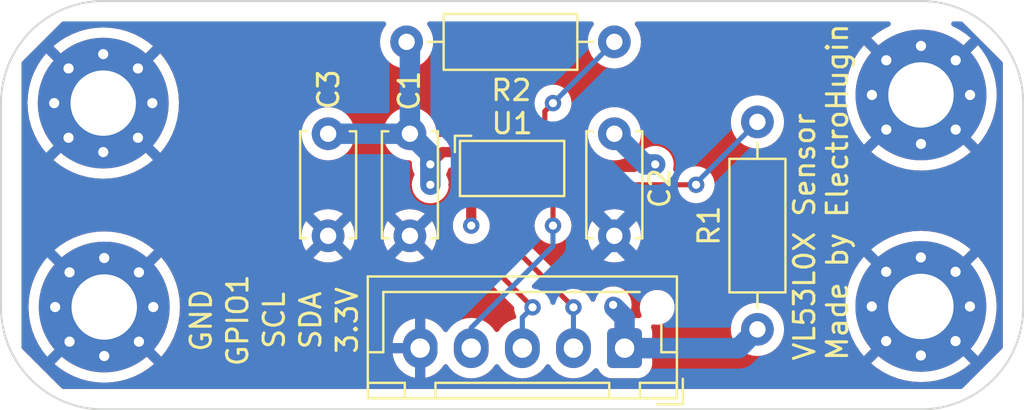
<source format=kicad_pcb>
(kicad_pcb (version 20221018) (generator pcbnew)
  (layers (0 "F.Cu" signal) (1 "In1.Cu" power) (2 "In2.Cu" power) (31 "B.Cu" signal) (34 "B.Paste" user) (35 "F.Paste" user) (36 "B.SilkS" user "B.Silkscreen") (37 "F.SilkS" user "F.Silkscreen") (38 "B.Mask" user) (39 "F.Mask" user) (44 "Edge.Cuts" user))
  (net 0 "")
  (net 1 "+3.3V")
  (net 2 "GND")
  (net 3 "/SDA")
  (net 4 "/SCL")
  (net 5 "/VL53L0X")
  (net 6 "Net-(U1-XSHUT)")
  (footprint "MountingHole:MountingHole_3.2mm_M3_Pad_Via" (layer "F.Cu") (at 104.048805 74.985897)
    (fp_text reference "H4" hide)
    (fp_text value "Hole_Pad" hide)
    (pad "1" thru_hole circle (at -2.4 0) (size 0.8 0.8) (drill 0.5) (layers "*.Cu" "*.Mask") (net 2 "GND"))
    (pad "1" thru_hole circle (at -1.697056 -1.697056) (size 0.8 0.8) (drill 0.5) (layers "*.Cu" "*.Mask") (net 2 "GND"))
    (pad "1" thru_hole circle (at -1.697056 1.697056) (size 0.8 0.8) (drill 0.5) (layers "*.Cu" "*.Mask") (net 2 "GND"))
    (pad "1" thru_hole circle (at 0 -2.4) (size 0.8 0.8) (drill 0.5) (layers "*.Cu" "*.Mask") (net 2 "GND"))
    (pad "1" thru_hole circle (at 0 0) (size 6.4 6.4) (drill 3.2) (layers "*.Cu" "*.Mask") (net 2 "GND"))
    (pad "1" thru_hole circle (at 0 2.4) (size 0.8 0.8) (drill 0.5) (layers "*.Cu" "*.Mask") (net 2 "GND"))
    (pad "1" thru_hole circle (at 1.697056 -1.697056) (size 0.8 0.8) (drill 0.5) (layers "*.Cu" "*.Mask") (net 2 "GND"))
    (pad "1" thru_hole circle (at 1.697056 1.697056) (size 0.8 0.8) (drill 0.5) (layers "*.Cu" "*.Mask") (net 2 "GND"))
    (pad "1" thru_hole circle (at 2.4 0) (size 0.8 0.8) (drill 0.5) (layers "*.Cu" "*.Mask") (net 2 "GND"))
  )
  (footprint "Capacitor_THT:C_Disc_D5.0mm_W2.5mm_P5.00mm" (layer "F.Cu") (at 115 66.5 -90)
    (fp_text reference "C3" (at -2.169582 -0.020321 90) (layer "F.SilkS"))
    (fp_text value "1u")
    (fp_line (start -0.12 -1.37) (end -0.12 -1.055) (stroke (width 0.12)) (layer "F.SilkS"))
    (fp_line (start -0.12 -1.37) (end 5.12 -1.37) (stroke (width 0.12)) (layer "F.SilkS"))
    (fp_line (start -0.12 1.055) (end -0.12 1.37) (stroke (width 0.12)) (layer "F.SilkS"))
    (fp_line (start -0.12 1.37) (end 5.12 1.37) (stroke (width 0.12)) (layer "F.SilkS"))
    (fp_line (start 5.12 -1.37) (end 5.12 -1.055) (stroke (width 0.12)) (layer "F.SilkS"))
    (fp_line (start 5.12 1.055) (end 5.12 1.37) (stroke (width 0.12)) (layer "F.SilkS"))
    (pad "1" thru_hole circle (at 0 0 270) (size 1.6 1.6) (drill 0.8) (layers "*.Cu" "*.Mask") (net 1 "+3.3V"))
    (pad "2" thru_hole circle (at 5 0 270) (size 1.6 1.6) (drill 0.8) (layers "*.Cu" "*.Mask") (net 2 "GND"))
  )
  (footprint "Sensor_Distance:ST_VL53L1x" (layer "F.Cu") (at 124 68.2)
    (fp_text reference "U1" (at 0 -2.2) (layer "F.SilkS"))
    (fp_text value "VL53L1CXV0FY1")
    (fp_line (start -2.8 -1.6) (end -2 -1.6) (stroke (width 0.12)) (layer "F.SilkS"))
    (fp_line (start -2.8 -0.8) (end -2.8 -1.6) (stroke (width 0.12)) (layer "F.SilkS"))
    (fp_line (start -2.55 -1.35) (end -2.55 1.35) (stroke (width 0.12)) (layer "F.SilkS"))
    (fp_line (start -2.55 1.35) (end 2.55 1.35) (stroke (width 0.12)) (layer "F.SilkS"))
    (fp_line (start 2.55 -1.35) (end -2.55 -1.35) (stroke (width 0.12)) (layer "F.SilkS"))
    (fp_line (start 2.55 1.35) (end 2.55 -1.35) (stroke (width 0.12)) (layer "F.SilkS"))
    (pad "1" smd roundrect (at -1.74 -0.675) (size 0.38 0.25) (layers "F.Cu" "F.Paste" "F.Mask") (net 1 "+3.3V"))
    (pad "1" smd roundrect (at -1.6 -0.8) (size 0.5 0.5) (layers "F.Cu" "F.Paste" "F.Mask") (net 1 "+3.3V"))
    (pad "2" smd roundrect (at -0.8 -0.8) (size 0.5 0.5) (layers "F.Cu" "F.Paste" "F.Mask") (net 2 "GND"))
    (pad "3" smd roundrect (at 0 -0.8) (size 0.5 0.5) (layers "F.Cu" "F.Paste" "F.Mask") (net 2 "GND"))
    (pad "4" smd roundrect (at 0.8 -0.8) (size 0.5 0.5) (layers "F.Cu" "F.Paste" "F.Mask") (net 2 "GND"))
    (pad "5" smd roundrect (at 1.6 -0.8) (size 0.5 0.5) (layers "F.Cu" "F.Paste" "F.Mask") (net 6 "Net-(U1-XSHUT)"))
    (pad "6" smd roundrect (at 1.6 0) (size 0.5 0.5) (layers "F.Cu" "F.Paste" "F.Mask") (net 2 "GND"))
    (pad "7" smd roundrect (at 1.6 0.8) (size 0.5 0.5) (layers "F.Cu" "F.Paste" "F.Mask") (net 5 "/VL53L0X"))
    (pad "8" smd roundrect (at 0.8 0.8) (size 0.5 0.5) (layers "F.Cu" "F.Paste" "F.Mask"))
    (pad "9" smd roundrect (at 0 0.8) (size 0.5 0.5) (layers "F.Cu" "F.Paste" "F.Mask") (net 3 "/SDA"))
    (pad "10" smd roundrect (at -0.8 0.8) (size 0.5 0.5) (layers "F.Cu" "F.Paste" "F.Mask") (net 4 "/SCL"))
    (pad "11" smd roundrect (at -1.6 0.8) (size 0.5 0.5) (layers "F.Cu" "F.Paste" "F.Mask") (net 1 "+3.3V"))
    (pad "12" smd roundrect (at -1.6 0) (size 0.5 0.5) (layers "F.Cu" "F.Paste" "F.Mask") (net 2 "GND"))
  )
  (footprint "Resistor_THT:R_Axial_DIN0207_L6.3mm_D2.5mm_P10.16mm_Horizontal" (layer "F.Cu") (at 118.84 62)
    (fp_text reference "R2" (at 5.11999 2.37293) (layer "F.SilkS"))
    (fp_text value "47k")
    (fp_line (start 1.04 0) (end 1.81 0) (stroke (width 0.12)) (layer "F.SilkS"))
    (fp_line (start 1.81 -1.37) (end 1.81 1.37) (stroke (width 0.12)) (layer "F.SilkS"))
    (fp_line (start 1.81 1.37) (end 8.35 1.37) (stroke (width 0.12)) (layer "F.SilkS"))
    (fp_line (start 8.35 -1.37) (end 1.81 -1.37) (stroke (width 0.12)) (layer "F.SilkS"))
    (fp_line (start 8.35 1.37) (end 8.35 -1.37) (stroke (width 0.12)) (layer "F.SilkS"))
    (fp_line (start 9.12 0) (end 8.35 0) (stroke (width 0.12)) (layer "F.SilkS"))
    (pad "1" thru_hole circle (at 0 0) (size 1.6 1.6) (drill 0.8) (layers "*.Cu" "*.Mask") (net 1 "+3.3V"))
    (pad "2" thru_hole oval (at 10.16 0) (size 1.6 1.6) (drill 0.8) (layers "*.Cu" "*.Mask") (net 6 "Net-(U1-XSHUT)"))
  )
  (footprint "MountingHole:MountingHole_3.2mm_M3_Pad_Via" (layer "F.Cu") (at 143.99368 74.957867)
    (fp_text reference "H3" hide)
    (fp_text value "Hole_Pad" hide)
    (pad "1" thru_hole circle (at -2.4 0) (size 0.8 0.8) (drill 0.5) (layers "*.Cu" "*.Mask") (net 2 "GND"))
    (pad "1" thru_hole circle (at -1.697056 -1.697056) (size 0.8 0.8) (drill 0.5) (layers "*.Cu" "*.Mask") (net 2 "GND"))
    (pad "1" thru_hole circle (at -1.697056 1.697056) (size 0.8 0.8) (drill 0.5) (layers "*.Cu" "*.Mask") (net 2 "GND"))
    (pad "1" thru_hole circle (at 0 -2.4) (size 0.8 0.8) (drill 0.5) (layers "*.Cu" "*.Mask") (net 2 "GND"))
    (pad "1" thru_hole circle (at 0 0) (size 6.4 6.4) (drill 3.2) (layers "*.Cu" "*.Mask") (net 2 "GND"))
    (pad "1" thru_hole circle (at 0 2.4) (size 0.8 0.8) (drill 0.5) (layers "*.Cu" "*.Mask") (net 2 "GND"))
    (pad "1" thru_hole circle (at 1.697056 -1.697056) (size 0.8 0.8) (drill 0.5) (layers "*.Cu" "*.Mask") (net 2 "GND"))
    (pad "1" thru_hole circle (at 1.697056 1.697056) (size 0.8 0.8) (drill 0.5) (layers "*.Cu" "*.Mask") (net 2 "GND"))
    (pad "1" thru_hole circle (at 2.4 0) (size 0.8 0.8) (drill 0.5) (layers "*.Cu" "*.Mask") (net 2 "GND"))
  )
  (footprint "Capacitor_THT:C_Disc_D5.0mm_W2.5mm_P5.00mm" (layer "F.Cu") (at 129 66.5 -90)
    (fp_text reference "C2" (at 2.668179 -2.223505 90) (layer "F.SilkS"))
    (fp_text value "4.7u")
    (fp_line (start -0.12 -1.37) (end -0.12 -1.055) (stroke (width 0.12)) (layer "F.SilkS"))
    (fp_line (start -0.12 -1.37) (end 5.12 -1.37) (stroke (width 0.12)) (layer "F.SilkS"))
    (fp_line (start -0.12 1.055) (end -0.12 1.37) (stroke (width 0.12)) (layer "F.SilkS"))
    (fp_line (start -0.12 1.37) (end 5.12 1.37) (stroke (width 0.12)) (layer "F.SilkS"))
    (fp_line (start 5.12 -1.37) (end 5.12 -1.055) (stroke (width 0.12)) (layer "F.SilkS"))
    (fp_line (start 5.12 1.055) (end 5.12 1.37) (stroke (width 0.12)) (layer "F.SilkS"))
    (pad "1" thru_hole circle (at 0 0 270) (size 1.6 1.6) (drill 0.8) (layers "*.Cu" "*.Mask") (net 1 "+3.3V"))
    (pad "2" thru_hole circle (at 5 0 270) (size 1.6 1.6) (drill 0.8) (layers "*.Cu" "*.Mask") (net 2 "GND"))
  )
  (footprint "MountingHole:MountingHole_3.2mm_M3_Pad_Via" (layer "F.Cu") (at 104 65)
    (fp_text reference "H1" hide)
    (fp_text value "Hole_Pad" hide)
    (pad "1" thru_hole circle (at -2.4 0) (size 0.8 0.8) (drill 0.5) (layers "*.Cu" "*.Mask") (net 2 "GND"))
    (pad "1" thru_hole circle (at -1.697056 -1.697056) (size 0.8 0.8) (drill 0.5) (layers "*.Cu" "*.Mask") (net 2 "GND"))
    (pad "1" thru_hole circle (at -1.697056 1.697056) (size 0.8 0.8) (drill 0.5) (layers "*.Cu" "*.Mask") (net 2 "GND"))
    (pad "1" thru_hole circle (at 0 -2.4) (size 0.8 0.8) (drill 0.5) (layers "*.Cu" "*.Mask") (net 2 "GND"))
    (pad "1" thru_hole circle (at 0 0) (size 6.4 6.4) (drill 3.2) (layers "*.Cu" "*.Mask") (net 2 "GND"))
    (pad "1" thru_hole circle (at 0 2.4) (size 0.8 0.8) (drill 0.5) (layers "*.Cu" "*.Mask") (net 2 "GND"))
    (pad "1" thru_hole circle (at 1.697056 -1.697056) (size 0.8 0.8) (drill 0.5) (layers "*.Cu" "*.Mask") (net 2 "GND"))
    (pad "1" thru_hole circle (at 1.697056 1.697056) (size 0.8 0.8) (drill 0.5) (layers "*.Cu" "*.Mask") (net 2 "GND"))
    (pad "1" thru_hole circle (at 2.4 0) (size 0.8 0.8) (drill 0.5) (layers "*.Cu" "*.Mask") (net 2 "GND"))
  )
  (footprint "MountingHole:MountingHole_3.2mm_M3_Pad_Via" (layer "F.Cu") (at 144 64.6)
    (fp_text reference "H2" hide)
    (fp_text value "Hole_Pad" hide)
    (pad "1" thru_hole circle (at -2.4 0) (size 0.8 0.8) (drill 0.5) (layers "*.Cu" "*.Mask") (net 2 "GND"))
    (pad "1" thru_hole circle (at -1.697056 -1.697056) (size 0.8 0.8) (drill 0.5) (layers "*.Cu" "*.Mask") (net 2 "GND"))
    (pad "1" thru_hole circle (at -1.697056 1.697056) (size 0.8 0.8) (drill 0.5) (layers "*.Cu" "*.Mask") (net 2 "GND"))
    (pad "1" thru_hole circle (at 0 -2.4) (size 0.8 0.8) (drill 0.5) (layers "*.Cu" "*.Mask") (net 2 "GND"))
    (pad "1" thru_hole circle (at 0 0) (size 6.4 6.4) (drill 3.2) (layers "*.Cu" "*.Mask") (net 2 "GND"))
    (pad "1" thru_hole circle (at 0 2.4) (size 0.8 0.8) (drill 0.5) (layers "*.Cu" "*.Mask") (net 2 "GND"))
    (pad "1" thru_hole circle (at 1.697056 -1.697056) (size 0.8 0.8) (drill 0.5) (layers "*.Cu" "*.Mask") (net 2 "GND"))
    (pad "1" thru_hole circle (at 1.697056 1.697056) (size 0.8 0.8) (drill 0.5) (layers "*.Cu" "*.Mask") (net 2 "GND"))
    (pad "1" thru_hole circle (at 2.4 0) (size 0.8 0.8) (drill 0.5) (layers "*.Cu" "*.Mask") (net 2 "GND"))
  )
  (footprint "Connector_JST:JST_XH_B5B-XH-AM_1x05_P2.50mm_Vertical" (layer "F.Cu") (at 129.5 77 180)
    (fp_text reference "J1" hide)
    (fp_text value "Conn_01x05")
    (fp_line (start -2.85 -2.75) (end -2.85 -1.5) (stroke (width 0.12)) (layer "F.SilkS"))
    (fp_line (start -2.56 -2.46) (end -2.56 3.51) (stroke (width 0.12)) (layer "F.SilkS"))
    (fp_line (start -2.56 3.51) (end 12.56 3.51) (stroke (width 0.12)) (layer "F.SilkS"))
    (fp_line (start -2.55 -2.45) (end -2.55 -1.7) (stroke (width 0.12)) (layer "F.SilkS"))
    (fp_line (start -2.55 -1.7) (end -0.75 -1.7) (stroke (width 0.12)) (layer "F.SilkS"))
    (fp_line (start -2.55 -0.2) (end -1.8 -0.2) (stroke (width 0.12)) (layer "F.SilkS"))
    (fp_line (start -1.8 -0.2) (end -1.8 1.14) (stroke (width 0.12)) (layer "F.SilkS"))
    (fp_line (start -1.6 -2.75) (end -2.85 -2.75) (stroke (width 0.12)) (layer "F.SilkS"))
    (fp_line (start -0.75 -2.45) (end -2.55 -2.45) (stroke (width 0.12)) (layer "F.SilkS"))
    (fp_line (start -0.75 -1.7) (end -0.75 -2.45) (stroke (width 0.12)) (layer "F.SilkS"))
    (fp_line (start 0.75 -2.45) (end 0.75 -1.7) (stroke (width 0.12)) (layer "F.SilkS"))
    (fp_line (start 0.75 -1.7) (end 9.25 -1.7) (stroke (width 0.12)) (layer "F.SilkS"))
    (fp_line (start 5 2.75) (end -0.74 2.75) (stroke (width 0.12)) (layer "F.SilkS"))
    (fp_line (start 9.25 -2.45) (end 0.75 -2.45) (stroke (width 0.12)) (layer "F.SilkS"))
    (fp_line (start 9.25 -1.7) (end 9.25 -2.45) (stroke (width 0.12)) (layer "F.SilkS"))
    (fp_line (start 10.75 -2.45) (end 10.75 -1.7) (stroke (width 0.12)) (layer "F.SilkS"))
    (fp_line (start 10.75 -1.7) (end 12.55 -1.7) (stroke (width 0.12)) (layer "F.SilkS"))
    (fp_line (start 11.8 -0.2) (end 11.8 2.75) (stroke (width 0.12)) (layer "F.SilkS"))
    (fp_line (start 11.8 2.75) (end 5 2.75) (stroke (width 0.12)) (layer "F.SilkS"))
    (fp_line (start 12.55 -2.45) (end 10.75 -2.45) (stroke (width 0.12)) (layer "F.SilkS"))
    (fp_line (start 12.55 -1.7) (end 12.55 -2.45) (stroke (width 0.12)) (layer "F.SilkS"))
    (fp_line (start 12.55 -0.2) (end 11.8 -0.2) (stroke (width 0.12)) (layer "F.SilkS"))
    (fp_line (start 12.56 -2.46) (end -2.56 -2.46) (stroke (width 0.12)) (layer "F.SilkS"))
    (fp_line (start 12.56 3.51) (end 12.56 -2.46) (stroke (width 0.12)) (layer "F.SilkS"))
    (pad "" np_thru_hole circle (at -1.6 2 180) (size 1.2 1.2) (drill 1.2) (layers "*.Cu" "*.Mask"))
    (pad "1" thru_hole roundrect (at 0 0 180) (size 1.7 1.95) (drill 0.95) (layers "*.Cu" "*.Mask") (roundrect_rratio 0.1470588235) (net 1 "+3.3V"))
    (pad "2" thru_hole oval (at 2.5 0 180) (size 1.7 1.95) (drill 0.95) (layers "*.Cu" "*.Mask") (net 3 "/SDA"))
    (pad "3" thru_hole oval (at 5 0 180) (size 1.7 1.95) (drill 0.95) (layers "*.Cu" "*.Mask") (net 4 "/SCL"))
    (pad "4" thru_hole oval (at 7.5 0 180) (size 1.7 1.95) (drill 0.95) (layers "*.Cu" "*.Mask") (net 5 "/VL53L0X"))
    (pad "5" thru_hole oval (at 10 0 180) (size 1.7 1.95) (drill 0.95) (layers "*.Cu" "*.Mask") (net 2 "GND"))
  )
  (footprint "Capacitor_THT:C_Disc_D5.0mm_W2.5mm_P5.00mm" (layer "F.Cu") (at 119 66.5 -90)
    (fp_text reference "C1" (at -2.103311 0.036573 90) (layer "F.SilkS"))
    (fp_text value "0.1u")
    (fp_line (start -0.12 -1.37) (end -0.12 -1.055) (stroke (width 0.12)) (layer "F.SilkS"))
    (fp_line (start -0.12 -1.37) (end 5.12 -1.37) (stroke (width 0.12)) (layer "F.SilkS"))
    (fp_line (start -0.12 1.055) (end -0.12 1.37) (stroke (width 0.12)) (layer "F.SilkS"))
    (fp_line (start -0.12 1.37) (end 5.12 1.37) (stroke (width 0.12)) (layer "F.SilkS"))
    (fp_line (start 5.12 -1.37) (end 5.12 -1.055) (stroke (width 0.12)) (layer "F.SilkS"))
    (fp_line (start 5.12 1.055) (end 5.12 1.37) (stroke (width 0.12)) (layer "F.SilkS"))
    (pad "1" thru_hole circle (at 0 0 270) (size 1.6 1.6) (drill 0.8) (layers "*.Cu" "*.Mask") (net 1 "+3.3V"))
    (pad "2" thru_hole circle (at 5 0 270) (size 1.6 1.6) (drill 0.8) (layers "*.Cu" "*.Mask") (net 2 "GND"))
  )
  (footprint "Resistor_THT:R_Axial_DIN0207_L6.3mm_D2.5mm_P10.16mm_Horizontal" (layer "F.Cu") (at 136 76.08 90)
    (fp_text reference "R1" (at 5.08 -2.37 90) (layer "F.SilkS"))
    (fp_text value "47k")
    (fp_line (start 1.04 0) (end 1.81 0) (stroke (width 0.12)) (layer "F.SilkS"))
    (fp_line (start 1.81 -1.37) (end 1.81 1.37) (stroke (width 0.12)) (layer "F.SilkS"))
    (fp_line (start 1.81 1.37) (end 8.35 1.37) (stroke (width 0.12)) (layer "F.SilkS"))
    (fp_line (start 8.35 -1.37) (end 1.81 -1.37) (stroke (width 0.12)) (layer "F.SilkS"))
    (fp_line (start 8.35 1.37) (end 8.35 -1.37) (stroke (width 0.12)) (layer "F.SilkS"))
    (fp_line (start 9.12 0) (end 8.35 0) (stroke (width 0.12)) (layer "F.SilkS"))
    (pad "1" thru_hole circle (at 0 0 90) (size 1.6 1.6) (drill 0.8) (layers "*.Cu" "*.Mask") (net 1 "+3.3V"))
    (pad "2" thru_hole oval (at 10.16 0 90) (size 1.6 1.6) (drill 0.8) (layers "*.Cu" "*.Mask") (net 5 "/VL53L0X"))
  )
  (gr_arc (start 99 65) (mid 100.464466 61.464466) (end 104 60) (stroke (width 0.1)) (layer "Edge.Cuts"))
  (gr_line (start 99 65) (end 99 75) (stroke (width 0.1)) (layer "Edge.Cuts"))
  (gr_arc (start 104 80) (mid 100.464466 78.535534) (end 99 75) (stroke (width 0.1)) (layer "Edge.Cuts"))
  (gr_line (start 144 60) (end 104 60) (stroke (width 0.1)) (layer "Edge.Cuts"))
  (gr_arc (start 144 60) (mid 147.535534 61.464466) (end 149 65) (stroke (width 0.1)) (layer "Edge.Cuts"))
  (gr_arc (start 149 75) (mid 147.535534 78.535534) (end 144 80) (stroke (width 0.1)) (layer "Edge.Cuts"))
  (gr_line (start 149 75) (end 149 65) (stroke (width 0.1)) (layer "Edge.Cuts"))
  (gr_line (start 104 80) (end 144 80) (stroke (width 0.1)) (layer "Edge.Cuts"))
  (gr_text "GPIO1" (at 111.160843 77.974679 90) (layer "F.SilkS") (effects (font (size 1 1)) (justify left bottom)))
  (gr_text "GND" (at 109.375433 77.260394 90) (layer "F.SilkS") (effects (font (size 1 1)) (justify left bottom)))
  (gr_text "3.3V" (at 116.517075 77.355632 90) (layer "F.SilkS") (effects (font (size 1 1)) (justify left bottom)))
  (gr_text "VL53L0X Sensor\nMade by ElectroHugin" (at 140.49703 77.695842 90) (layer "F.SilkS") (effects (font (size 1 1)) (justify left bottom)))
  (gr_text "SDA" (at 114.731663 77.141346 90) (layer "F.SilkS") (effects (font (size 1 1)) (justify left bottom)))
  (gr_text "SCL" (at 112.946253 77.117537 90) (layer "F.SilkS") (effects (font (size 1 1)) (justify left bottom)))
  (segment (start 122.4 67.4) (end 120.6 67.4) (width 0.5) (layer "F.Cu") (net 1))
  (segment (start 120.6 67.4) (end 120 68) (width 0.5) (layer "F.Cu") (net 1))
  (segment (start 122 69.4) (end 122.25 69.15) (width 0.5) (layer "F.Cu") (net 1))
  (segment (start 122 71) (end 122 69.4) (width 0.5) (layer "F.Cu") (net 1))
  (via (at 131 68) (size 0.8) (drill 0.4) (layers "F.Cu" "B.Cu") (net 1))
  (via (at 120 68) (size 0.8) (drill 0.4) (layers "F.Cu" "B.Cu") (net 1))
  (via (at 128.939668 74.879337) (size 0.8) (drill 0.4) (layers "F.Cu" "B.Cu") (net 1))
  (via (at 122 71) (size 0.8) (drill 0.4) (layers "F.Cu" "B.Cu") (net 1))
  (via (at 120 69) (size 0.8) (drill 0.4) (layers "F.Cu" "B.Cu") (net 1))
  (segment (start 135.08 77) (end 136 76.08) (width 1) (layer "B.Cu") (net 1))
  (segment (start 120 68) (end 120 67.5) (width 1) (layer "B.Cu") (net 1))
  (segment (start 130.5 68) (end 129 66.5) (width 1) (layer "B.Cu") (net 1))
  (segment (start 120 69) (end 120 68) (width 1) (layer "B.Cu") (net 1))
  (segment (start 119 66.5) (end 115 66.5) (width 1) (layer "B.Cu") (net 1))
  (segment (start 129.5 77) (end 135.08 77) (width 1) (layer "B.Cu") (net 1))
  (segment (start 131 68) (end 130.5 68) (width 1) (layer "B.Cu") (net 1))
  (segment (start 119 62.16) (end 118.84 62) (width 1) (layer "B.Cu") (net 1))
  (segment (start 119 66.5) (end 119 62.16) (width 1) (layer "B.Cu") (net 1))
  (segment (start 129.5 75.5) (end 129 75) (width 1) (layer "B.Cu") (net 1))
  (segment (start 120 67.5) (end 119 66.5) (width 1) (layer "B.Cu") (net 1))
  (segment (start 129.5 77) (end 129.5 75.5) (width 1) (layer "B.Cu") (net 1))
  (segment (start 124 67.4) (end 124 66) (width 0.25) (layer "F.Cu") (net 2))
  (segment (start 121.8 68.2) (end 121 69) (width 0.25) (layer "F.Cu") (net 2))
  (segment (start 129 71.5) (end 128 72.5) (width 0.25) (layer "F.Cu") (net 2))
  (segment (start 124.8 66.8) (end 124 66) (width 0.25) (layer "F.Cu") (net 2))
  (segment (start 125.6 68.2) (end 126.8 68.2) (width 0.25) (layer "F.Cu") (net 2))
  (segment (start 123.2 66.2) (end 123 66) (width 0.25) (layer "F.Cu") (net 2))
  (segment (start 123.2 67.4) (end 123.2 66.2) (width 0.25) (layer "F.Cu") (net 2))
  (segment (start 129 71.5) (end 130 72.5) (width 0.25) (layer "F.Cu") (net 2))
  (segment (start 124.8 67.4) (end 124.8 66.8) (width 0.25) (layer "F.Cu") (net 2))
  (segment (start 122.4 68.2) (end 121.8 68.2) (width 0.25) (layer "F.Cu") (net 2))
  (segment (start 129 72) (end 128 73) (width 0.25) (layer "B.Cu") (net 2))
  (segment (start 129 71) (end 128 70) (width 0.25) (layer "B.Cu") (net 2))
  (segment (start 129 71.5) (end 129 71) (width 0.25) (layer "B.Cu") (net 2))
  (segment (start 129 71) (end 130 70) (width 0.25) (layer "B.Cu") (net 2))
  (segment (start 129 72) (end 130 73) (width 0.25) (layer "B.Cu") (net 2))
  (segment (start 124 72) (end 124 69) (width 0.25) (layer "F.Cu") (net 3))
  (segment (start 127 75) (end 124 72) (width 0.25) (layer "F.Cu") (net 3))
  (via (at 127 75) (size 0.8) (drill 0.4) (layers "F.Cu" "B.Cu") (net 3))
  (segment (start 127 77) (end 127 75) (width 0.25) (layer "B.Cu") (net 3))
  (segment (start 123.2 73.2) (end 123.2 69) (width 0.25) (layer "F.Cu") (net 4))
  (segment (start 125 75) (end 123.2 73.2) (width 0.25) (layer "F.Cu") (net 4))
  (via (at 125 75) (size 0.8) (drill 0.4) (layers "F.Cu" "B.Cu") (net 4))
  (segment (start 124.5 77) (end 124.5 75.5) (width 0.25) (layer "B.Cu") (net 4))
  (segment (start 124.5 75.5) (end 125 75) (width 0.25) (layer "B.Cu") (net 4))
  (segment (start 126 69.4) (end 125.6 69) (width 0.25) (layer "F.Cu") (net 5))
  (segment (start 133 69) (end 125.6 69) (width 0.25) (layer "F.Cu") (net 5))
  (segment (start 126 71) (end 126 69.4) (width 0.25) (layer "F.Cu") (net 5))
  (via (at 126 71) (size 0.8) (drill 0.4) (layers "F.Cu" "B.Cu") (net 5))
  (via (at 133 69) (size 0.8) (drill 0.4) (layers "F.Cu" "B.Cu") (net 5))
  (segment (start 122 76) (end 126 72) (width 0.25) (layer "B.Cu") (net 5))
  (segment (start 133 68.92) (end 133 69) (width 0.25) (layer "B.Cu") (net 5))
  (segment (start 136 65.92) (end 133 68.92) (width 0.25) (layer "B.Cu") (net 5))
  (segment (start 126 72) (end 126 71) (width 0.25) (layer "B.Cu") (net 5))
  (segment (start 122 77) (end 122 76) (width 0.25) (layer "B.Cu") (net 5))
  (segment (start 126 65) (end 125.6 65.4) (width 0.25) (layer "F.Cu") (net 6))
  (segment (start 125.6 65.4) (end 125.6 67.4) (width 0.25) (layer "F.Cu") (net 6))
  (via (at 126 65) (size 0.8) (drill 0.4) (layers "F.Cu" "B.Cu") (net 6))
  (segment (start 129 62) (end 126 65) (width 0.25) (layer "B.Cu") (net 6))
  (zone (net 2) (net_name "GND") (layers "F.Cu" "In1.Cu" "In2.Cu" "B.Cu") (connect_pads (clearance 0.5)) (min_thickness 0.25) (fill yes (thermal_gap 0.5) (thermal_bridge_width 0.5))
    (polygon (pts (xy 102 61) (xy 146 61) (xy 148 63) (xy 148 77) (xy 146 79) (xy 102 79) (xy 100 77) (xy 100 63)))
  )
)
</source>
